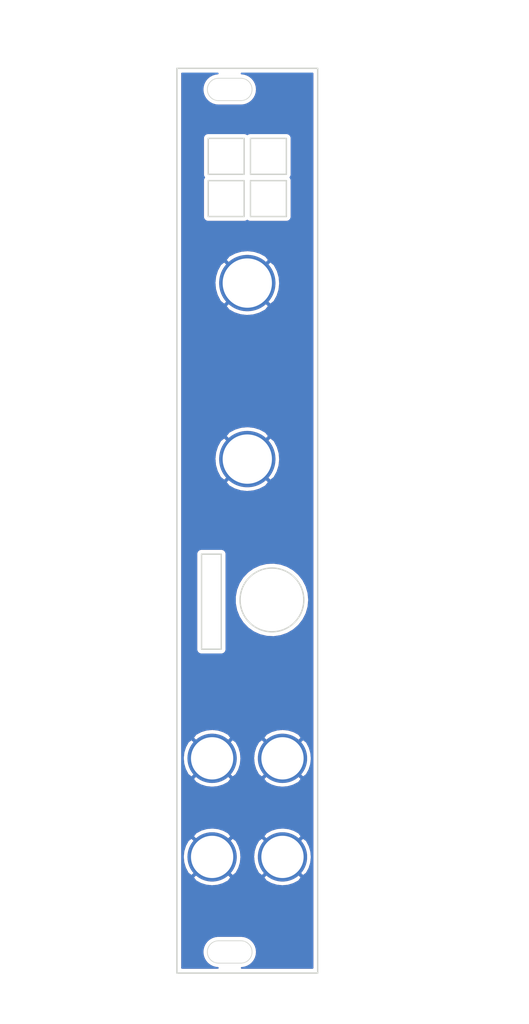
<source format=kicad_pcb>
(kicad_pcb (version 20171130) (host pcbnew "(5.1.5)-3")

  (general
    (thickness 1.6)
    (drawings 85)
    (tracks 0)
    (zones 0)
    (modules 8)
    (nets 2)
  )

  (page A4)
  (layers
    (0 F.Cu signal)
    (31 B.Cu signal)
    (32 B.Adhes user)
    (33 F.Adhes user)
    (34 B.Paste user)
    (35 F.Paste user)
    (36 B.SilkS user)
    (37 F.SilkS user)
    (38 B.Mask user)
    (39 F.Mask user)
    (40 Dwgs.User user)
    (41 Cmts.User user)
    (42 Eco1.User user)
    (43 Eco2.User user)
    (44 Edge.Cuts user)
    (45 Margin user)
    (46 B.CrtYd user)
    (47 F.CrtYd user)
    (48 B.Fab user)
    (49 F.Fab user)
  )

  (setup
    (last_trace_width 0.25)
    (trace_clearance 0.2)
    (zone_clearance 0.508)
    (zone_45_only no)
    (trace_min 0.2)
    (via_size 0.8)
    (via_drill 0.4)
    (via_min_size 0.4)
    (via_min_drill 0.3)
    (uvia_size 0.3)
    (uvia_drill 0.1)
    (uvias_allowed no)
    (uvia_min_size 0.2)
    (uvia_min_drill 0.1)
    (edge_width 0.2)
    (segment_width 0.2)
    (pcb_text_width 0.3)
    (pcb_text_size 1.5 1.5)
    (mod_edge_width 0.15)
    (mod_text_size 1 1)
    (mod_text_width 0.15)
    (pad_size 1.524 1.524)
    (pad_drill 0.762)
    (pad_to_mask_clearance 0.051)
    (solder_mask_min_width 0.25)
    (aux_axis_origin 0 0)
    (visible_elements 7FFFFFFF)
    (pcbplotparams
      (layerselection 0x010e0_ffffffff)
      (usegerberextensions false)
      (usegerberattributes false)
      (usegerberadvancedattributes false)
      (creategerberjobfile false)
      (excludeedgelayer true)
      (linewidth 0.150000)
      (plotframeref false)
      (viasonmask false)
      (mode 1)
      (useauxorigin false)
      (hpglpennumber 1)
      (hpglpenspeed 20)
      (hpglpendiameter 15.000000)
      (psnegative false)
      (psa4output false)
      (plotreference true)
      (plotvalue true)
      (plotinvisibletext false)
      (padsonsilk false)
      (subtractmaskfromsilk true)
      (outputformat 1)
      (mirror false)
      (drillshape 0)
      (scaleselection 1)
      (outputdirectory "gerber/"))
  )

  (net 0 "")
  (net 1 GND)

  (net_class Default "Ceci est la Netclass par défaut."
    (clearance 0.2)
    (trace_width 0.25)
    (via_dia 0.8)
    (via_drill 0.4)
    (uvia_dia 0.3)
    (uvia_drill 0.1)
    (add_net GND)
  )

  (module 4ms-footprints:Rail-mount-slot (layer F.Cu) (tedit 57F6BF15) (tstamp 5D299E43)
    (at 47.5 33)
    (fp_text reference REF** (at -2.794 4.191) (layer F.SilkS) hide
      (effects (font (size 1 1) (thickness 0.15)))
    )
    (fp_text value Rail-mount-slot (at 0.381 2.54) (layer F.Fab) hide
      (effects (font (size 1 1) (thickness 0.15)))
    )
    (fp_line (start -1.5875 1.5875) (end 1.5875 1.5875) (layer Edge.Cuts) (width 0.1))
    (fp_arc (start 1.5875 0) (end 1.5875 -1.5875) (angle 180) (layer Edge.Cuts) (width 0.1))
    (fp_arc (start -1.5875 0) (end -1.5875 1.5875) (angle 180) (layer Edge.Cuts) (width 0.1))
    (fp_line (start -1.5875 -1.5875) (end 1.5875 -1.5875) (layer Edge.Cuts) (width 0.1))
  )

  (module 4ms-footprints:Rail-mount-slot (layer F.Cu) (tedit 57F6BF15) (tstamp 5D299E52)
    (at 47.5 155.5)
    (fp_text reference REF** (at -2.794 4.191) (layer F.SilkS) hide
      (effects (font (size 1 1) (thickness 0.15)))
    )
    (fp_text value Rail-mount-slot (at 0.381 2.54) (layer F.Fab) hide
      (effects (font (size 1 1) (thickness 0.15)))
    )
    (fp_line (start -1.5875 1.5875) (end 1.5875 1.5875) (layer Edge.Cuts) (width 0.1))
    (fp_arc (start 1.5875 0) (end 1.5875 -1.5875) (angle 180) (layer Edge.Cuts) (width 0.1))
    (fp_arc (start -1.5875 0) (end -1.5875 1.5875) (angle 180) (layer Edge.Cuts) (width 0.1))
    (fp_line (start -1.5875 -1.5875) (end 1.5875 -1.5875) (layer Edge.Cuts) (width 0.1))
  )

  (module prok_smd:Alpha_pot_hole_metallized (layer F.Cu) (tedit 5D2C98C6) (tstamp 5D2CF51B)
    (at 50 60.5)
    (path /5D2CB1BF)
    (fp_text reference H1 (at 0 0.5) (layer F.SilkS)
      (effects (font (size 1 1) (thickness 0.15)))
    )
    (fp_text value MountingHole_Pad (at 0 -0.5) (layer F.Fab)
      (effects (font (size 1 1) (thickness 0.15)))
    )
    (pad 1 thru_hole circle (at 0 0) (size 8 8) (drill 7) (layers *.Cu *.Mask)
      (net 1 GND))
  )

  (module prok_smd:Alpha_pot_hole_metallized (layer F.Cu) (tedit 5D2C98C6) (tstamp 5D2CF4BA)
    (at 50 85.5)
    (path /5D2CB397)
    (fp_text reference H2 (at 0 0.5) (layer F.SilkS)
      (effects (font (size 1 1) (thickness 0.15)))
    )
    (fp_text value MountingHole_Pad (at 0 -0.5) (layer F.Fab)
      (effects (font (size 1 1) (thickness 0.15)))
    )
    (pad 1 thru_hole circle (at 0 0) (size 8 8) (drill 7) (layers *.Cu *.Mask)
      (net 1 GND))
  )

  (module prok_smd:thonkiconn_hole_metallized (layer F.Cu) (tedit 5D2C98E2) (tstamp 5D2CF4BF)
    (at 55 142)
    (path /5D2CACD6)
    (fp_text reference H3 (at 0 0.5) (layer F.SilkS)
      (effects (font (size 1 1) (thickness 0.15)))
    )
    (fp_text value MountingHole_Pad (at 0 -0.5) (layer F.Fab)
      (effects (font (size 1 1) (thickness 0.15)))
    )
    (pad 1 thru_hole circle (at 0 0) (size 7 7) (drill 6) (layers *.Cu *.Mask)
      (net 1 GND))
  )

  (module prok_smd:thonkiconn_hole_metallized (layer F.Cu) (tedit 5D2C98E2) (tstamp 5D2CF4C4)
    (at 45 128)
    (path /5D2CBA27)
    (fp_text reference H4 (at 0 0.5) (layer F.SilkS)
      (effects (font (size 1 1) (thickness 0.15)))
    )
    (fp_text value MountingHole_Pad (at 0 -0.5) (layer F.Fab)
      (effects (font (size 1 1) (thickness 0.15)))
    )
    (pad 1 thru_hole circle (at 0 0) (size 7 7) (drill 6) (layers *.Cu *.Mask)
      (net 1 GND))
  )

  (module prok_smd:thonkiconn_hole_metallized (layer F.Cu) (tedit 5D2C98E2) (tstamp 5D2CF4C9)
    (at 45 142)
    (path /5D2CA9F8)
    (fp_text reference H5 (at 0 0.5) (layer F.SilkS)
      (effects (font (size 1 1) (thickness 0.15)))
    )
    (fp_text value MountingHole_Pad (at 0 -0.5) (layer F.Fab)
      (effects (font (size 1 1) (thickness 0.15)))
    )
    (pad 1 thru_hole circle (at 0 0) (size 7 7) (drill 6) (layers *.Cu *.Mask)
      (net 1 GND))
  )

  (module prok_smd:thonkiconn_hole_metallized (layer F.Cu) (tedit 5D2C98E2) (tstamp 5D2CF4CE)
    (at 55 128)
    (path /5D2CA8B1)
    (fp_text reference H6 (at 0 0.5) (layer F.SilkS)
      (effects (font (size 1 1) (thickness 0.15)))
    )
    (fp_text value MountingHole_Pad (at 0 -0.5) (layer F.Fab)
      (effects (font (size 1 1) (thickness 0.15)))
    )
    (pad 1 thru_hole circle (at 0 0) (size 7 7) (drill 6) (layers *.Cu *.Mask)
      (net 1 GND))
  )

  (gr_text "5mm square holes\nwith .1 mm tolerance" (at 50.2 38.45) (layer Dwgs.User)
    (effects (font (size 0.75 0.75) (thickness 0.1)))
  )
  (gr_line (start 50.45 51.05) (end 50.45 45.95) (layer Edge.Cuts) (width 0.2))
  (gr_line (start 55.55 51.05) (end 50.45 51.05) (layer Edge.Cuts) (width 0.2))
  (gr_line (start 55.55 45.95) (end 55.55 51.05) (layer Edge.Cuts) (width 0.2))
  (gr_line (start 50.45 45.95) (end 55.55 45.95) (layer Edge.Cuts) (width 0.2))
  (gr_line (start 44.45 51.05) (end 44.45 45.95) (layer Edge.Cuts) (width 0.2))
  (gr_line (start 49.55 51.05) (end 44.45 51.05) (layer Edge.Cuts) (width 0.2))
  (gr_line (start 49.55 45.95) (end 49.55 51.05) (layer Edge.Cuts) (width 0.2))
  (gr_line (start 44.45 45.95) (end 49.55 45.95) (layer Edge.Cuts) (width 0.2))
  (gr_line (start 50.45 45.05) (end 50.45 39.95) (layer Edge.Cuts) (width 0.2))
  (gr_line (start 55.55 45.05) (end 50.45 45.05) (layer Edge.Cuts) (width 0.2))
  (gr_line (start 55.55 39.95) (end 55.55 45.05) (layer Edge.Cuts) (width 0.2))
  (gr_line (start 50.45 39.95) (end 55.55 39.95) (layer Edge.Cuts) (width 0.2))
  (gr_line (start 44.45 45.05) (end 44.45 39.95) (layer Edge.Cuts) (width 0.2))
  (gr_line (start 49.55 45.05) (end 44.45 45.05) (layer Edge.Cuts) (width 0.2))
  (gr_line (start 49.55 39.95) (end 49.55 45.05) (layer Edge.Cuts) (width 0.2))
  (gr_line (start 44.45 39.95) (end 49.55 39.95) (layer Edge.Cuts) (width 0.2))
  (gr_circle (center 55 136) (end 56 136) (layer F.Mask) (width 0.2))
  (gr_line (start 44 137) (end 46 137) (layer F.Mask) (width 0.2))
  (gr_text ↓ (at 45 135.5) (layer F.Mask)
    (effects (font (size 3 2) (thickness 0.3)))
  )
  (dimension 3 (width 0.3) (layer Dwgs.User)
    (gr_text "3,000 mm" (at 65.1 137.5 90) (layer Dwgs.User)
      (effects (font (size 1.5 1.5) (thickness 0.3)))
    )
    (feature1 (pts (xy 60 136) (xy 63.586421 136)))
    (feature2 (pts (xy 60 139) (xy 63.586421 139)))
    (crossbar (pts (xy 63 139) (xy 63 136)))
    (arrow1a (pts (xy 63 136) (xy 63.586421 137.126504)))
    (arrow1b (pts (xy 63 136) (xy 62.413579 137.126504)))
    (arrow2a (pts (xy 63 139) (xy 63.586421 137.873496)))
    (arrow2b (pts (xy 63 139) (xy 62.413579 137.873496)))
  )
  (gr_text X (at 45 122) (layer F.Mask)
    (effects (font (size 1.5 1.5) (thickness 0.3)))
  )
  (gr_text Y (at 55 122) (layer F.Mask)
    (effects (font (size 1.5 1.5) (thickness 0.3)))
  )
  (dimension 3 (width 0.3) (layer Dwgs.User)
    (gr_text "3,000 mm" (at 65.1 123.5 90) (layer Dwgs.User)
      (effects (font (size 1.5 1.5) (thickness 0.3)))
    )
    (feature1 (pts (xy 60 122) (xy 63.586421 122)))
    (feature2 (pts (xy 60 125) (xy 63.586421 125)))
    (crossbar (pts (xy 63 125) (xy 63 122)))
    (arrow1a (pts (xy 63 122) (xy 63.586421 123.126504)))
    (arrow1b (pts (xy 63 122) (xy 62.413579 123.126504)))
    (arrow2a (pts (xy 63 125) (xy 63.586421 123.873496)))
    (arrow2b (pts (xy 63 125) (xy 62.413579 123.873496)))
  )
  (gr_text Y (at 55.5 94) (layer F.Mask)
    (effects (font (size 1.5 1.5) (thickness 0.3)))
  )
  (gr_text X (at 55.5 69) (layer F.Mask)
    (effects (font (size 1.5 1.5) (thickness 0.3)))
  )
  (dimension 2 (width 0.3) (layer Dwgs.User)
    (gr_text "2,000 mm" (at 54.5 79.9) (layer Dwgs.User)
      (effects (font (size 1.5 1.5) (thickness 0.3)))
    )
    (feature1 (pts (xy 55.5 85.5) (xy 55.5 81.413579)))
    (feature2 (pts (xy 53.5 85.5) (xy 53.5 81.413579)))
    (crossbar (pts (xy 53.5 82) (xy 55.5 82)))
    (arrow1a (pts (xy 55.5 82) (xy 54.373496 82.586421)))
    (arrow1b (pts (xy 55.5 82) (xy 54.373496 81.413579)))
    (arrow2a (pts (xy 53.5 82) (xy 54.626504 82.586421)))
    (arrow2b (pts (xy 53.5 82) (xy 54.626504 81.413579)))
  )
  (dimension 2 (width 0.3) (layer Dwgs.User)
    (gr_text "2,000 mm" (at 54.5 55.4) (layer Dwgs.User)
      (effects (font (size 1.5 1.5) (thickness 0.3)))
    )
    (feature1 (pts (xy 55.5 60.5) (xy 55.5 56.913579)))
    (feature2 (pts (xy 53.5 60.5) (xy 53.5 56.913579)))
    (crossbar (pts (xy 53.5 57.5) (xy 55.5 57.5)))
    (arrow1a (pts (xy 55.5 57.5) (xy 54.373496 58.086421)))
    (arrow1b (pts (xy 55.5 57.5) (xy 54.373496 56.913579)))
    (arrow2a (pts (xy 53.5 57.5) (xy 54.626504 58.086421)))
    (arrow2b (pts (xy 53.5 57.5) (xy 54.626504 56.913579)))
  )
  (dimension 5 (width 0.3) (layer Dwgs.User)
    (gr_text "5,000 mm" (at 42.4 91.5 270) (layer Dwgs.User)
      (effects (font (size 1.5 1.5) (thickness 0.3)))
    )
    (feature1 (pts (xy 50 94) (xy 43.913579 94)))
    (feature2 (pts (xy 50 89) (xy 43.913579 89)))
    (crossbar (pts (xy 44.5 89) (xy 44.5 94)))
    (arrow1a (pts (xy 44.5 94) (xy 43.913579 92.873496)))
    (arrow1b (pts (xy 44.5 94) (xy 45.086421 92.873496)))
    (arrow2a (pts (xy 44.5 89) (xy 43.913579 90.126504)))
    (arrow2b (pts (xy 44.5 89) (xy 45.086421 90.126504)))
  )
  (dimension 5 (width 0.3) (layer Dwgs.User)
    (gr_text "5,000 mm" (at 42.4 66.5 270) (layer Dwgs.User)
      (effects (font (size 1.5 1.5) (thickness 0.3)))
    )
    (feature1 (pts (xy 50 69) (xy 43.913579 69)))
    (feature2 (pts (xy 50 64) (xy 43.913579 64)))
    (crossbar (pts (xy 44.5 64) (xy 44.5 69)))
    (arrow1a (pts (xy 44.5 69) (xy 43.913579 67.873496)))
    (arrow1b (pts (xy 44.5 69) (xy 45.086421 67.873496)))
    (arrow2a (pts (xy 44.5 64) (xy 43.913579 65.126504)))
    (arrow2b (pts (xy 44.5 64) (xy 45.086421 65.126504)))
  )
  (gr_circle (center 53.5 105.5) (end 58 105) (layer Edge.Cuts) (width 0.2))
  (dimension 9 (width 0.3) (layer Dwgs.User)
    (gr_text "9,000 mm" (at 53.5 117.6) (layer Dwgs.User)
      (effects (font (size 1.5 1.5) (thickness 0.3)))
    )
    (feature1 (pts (xy 49 110) (xy 49 116.086421)))
    (feature2 (pts (xy 58 110) (xy 58 116.086421)))
    (crossbar (pts (xy 58 115.5) (xy 49 115.5)))
    (arrow1a (pts (xy 49 115.5) (xy 50.126504 114.913579)))
    (arrow1b (pts (xy 49 115.5) (xy 50.126504 116.086421)))
    (arrow2a (pts (xy 58 115.5) (xy 56.873496 114.913579)))
    (arrow2b (pts (xy 58 115.5) (xy 56.873496 116.086421)))
  )
  (dimension 2 (width 0.3) (layer Dwgs.User)
    (gr_text "2,000 mm" (at 59 114.1) (layer Dwgs.User)
      (effects (font (size 1.5 1.5) (thickness 0.3)))
    )
    (feature1 (pts (xy 58 110) (xy 58 112.586421)))
    (feature2 (pts (xy 60 110) (xy 60 112.586421)))
    (crossbar (pts (xy 60 112) (xy 58 112)))
    (arrow1a (pts (xy 58 112) (xy 59.126504 111.413579)))
    (arrow1b (pts (xy 58 112) (xy 59.126504 112.586421)))
    (arrow2a (pts (xy 60 112) (xy 58.873496 111.413579)))
    (arrow2b (pts (xy 60 112) (xy 58.873496 112.586421)))
  )
  (dimension 9 (width 0.3) (layer Dwgs.User)
    (gr_text "9,000 mm" (at 69.1 105.5 90) (layer Dwgs.User)
      (effects (font (size 1.5 1.5) (thickness 0.3)))
    )
    (feature1 (pts (xy 60 101) (xy 67.586421 101)))
    (feature2 (pts (xy 60 110) (xy 67.586421 110)))
    (crossbar (pts (xy 67 110) (xy 67 101)))
    (arrow1a (pts (xy 67 101) (xy 67.586421 102.126504)))
    (arrow1b (pts (xy 67 101) (xy 66.413579 102.126504)))
    (arrow2a (pts (xy 67 110) (xy 67.586421 108.873496)))
    (arrow2b (pts (xy 67 110) (xy 66.413579 108.873496)))
  )
  (dimension 48.5 (width 0.3) (layer Dwgs.User)
    (gr_text "48,500 mm" (at 88.1 134.25 90) (layer Dwgs.User)
      (effects (font (size 1.5 1.5) (thickness 0.3)))
    )
    (feature1 (pts (xy 60 110) (xy 86.586421 110)))
    (feature2 (pts (xy 60 158.5) (xy 86.586421 158.5)))
    (crossbar (pts (xy 86 158.5) (xy 86 110)))
    (arrow1a (pts (xy 86 110) (xy 86.586421 111.126504)))
    (arrow1b (pts (xy 86 110) (xy 85.413579 111.126504)))
    (arrow2a (pts (xy 86 158.5) (xy 86.586421 157.373496)))
    (arrow2b (pts (xy 86 158.5) (xy 85.413579 157.373496)))
  )
  (gr_line (start 46.3 112.5) (end 43.5 112.5) (layer Edge.Cuts) (width 0.2))
  (gr_line (start 46.3 99) (end 46.3 112.5) (layer Edge.Cuts) (width 0.2))
  (gr_line (start 43.5 99) (end 46.3 99) (layer Edge.Cuts) (width 0.2))
  (gr_line (start 43.5 112.5) (end 43.5 99) (layer Edge.Cuts) (width 0.2))
  (dimension 2.8 (width 0.3) (layer Dwgs.User)
    (gr_text "2,800 mm" (at 44.9 121.1) (layer Dwgs.User)
      (effects (font (size 1.5 1.5) (thickness 0.3)))
    )
    (feature1 (pts (xy 46.3 112.5) (xy 46.3 119.586421)))
    (feature2 (pts (xy 43.5 112.5) (xy 43.5 119.586421)))
    (crossbar (pts (xy 43.5 119) (xy 46.3 119)))
    (arrow1a (pts (xy 46.3 119) (xy 45.173496 119.586421)))
    (arrow1b (pts (xy 46.3 119) (xy 45.173496 118.413579)))
    (arrow2a (pts (xy 43.5 119) (xy 44.626504 119.586421)))
    (arrow2b (pts (xy 43.5 119) (xy 44.626504 118.413579)))
  )
  (dimension 3.5 (width 0.3) (layer Dwgs.User)
    (gr_text "3,500 mm" (at 41.75 117.1) (layer Dwgs.User)
      (effects (font (size 1.5 1.5) (thickness 0.3)))
    )
    (feature1 (pts (xy 43.5 112.5) (xy 43.5 115.586421)))
    (feature2 (pts (xy 40 112.5) (xy 40 115.586421)))
    (crossbar (pts (xy 40 115) (xy 43.5 115)))
    (arrow1a (pts (xy 43.5 115) (xy 42.373496 115.586421)))
    (arrow1b (pts (xy 43.5 115) (xy 42.373496 114.413579)))
    (arrow2a (pts (xy 40 115) (xy 41.126504 115.586421)))
    (arrow2b (pts (xy 40 115) (xy 41.126504 114.413579)))
  )
  (dimension 13.5 (width 0.3) (layer Dwgs.User)
    (gr_text "13,500 mm" (at 24.4 105.75 90) (layer Dwgs.User)
      (effects (font (size 1.5 1.5) (thickness 0.3)))
    )
    (feature1 (pts (xy 40 99) (xy 25.913579 99)))
    (feature2 (pts (xy 40 112.5) (xy 25.913579 112.5)))
    (crossbar (pts (xy 26.5 112.5) (xy 26.5 99)))
    (arrow1a (pts (xy 26.5 99) (xy 27.086421 100.126504)))
    (arrow1b (pts (xy 26.5 99) (xy 25.913579 100.126504)))
    (arrow2a (pts (xy 26.5 112.5) (xy 27.086421 111.373496)))
    (arrow2b (pts (xy 26.5 112.5) (xy 25.913579 111.373496)))
  )
  (dimension 46 (width 0.3) (layer Dwgs.User)
    (gr_text "46,000 mm" (at 24.4 135.5 90) (layer Dwgs.User)
      (effects (font (size 1.5 1.5) (thickness 0.3)))
    )
    (feature1 (pts (xy 40 112.5) (xy 25.913579 112.5)))
    (feature2 (pts (xy 40 158.5) (xy 25.913579 158.5)))
    (crossbar (pts (xy 26.5 158.5) (xy 26.5 112.5)))
    (arrow1a (pts (xy 26.5 112.5) (xy 27.086421 113.626504)))
    (arrow1b (pts (xy 26.5 112.5) (xy 25.913579 113.626504)))
    (arrow2a (pts (xy 26.5 158.5) (xy 27.086421 157.373496)))
    (arrow2b (pts (xy 26.5 158.5) (xy 25.913579 157.373496)))
  )
  (dimension 6 (width 0.3) (layer Dwgs.User)
    (gr_text "6,000 mm" (at 73.1 128 90) (layer Dwgs.User)
      (effects (font (size 1.5 1.5) (thickness 0.3)))
    )
    (feature1 (pts (xy 60 125) (xy 71.586421 125)))
    (feature2 (pts (xy 60 131) (xy 71.586421 131)))
    (crossbar (pts (xy 71 131) (xy 71 125)))
    (arrow1a (pts (xy 71 125) (xy 71.586421 126.126504)))
    (arrow1b (pts (xy 71 125) (xy 70.413579 126.126504)))
    (arrow2a (pts (xy 71 131) (xy 71.586421 129.873496)))
    (arrow2b (pts (xy 71 131) (xy 70.413579 129.873496)))
  )
  (dimension 8 (width 0.3) (layer Dwgs.User)
    (gr_text "8,000 mm" (at 77.1 135 90) (layer Dwgs.User)
      (effects (font (size 1.5 1.5) (thickness 0.3)))
    )
    (feature1 (pts (xy 60 131) (xy 75.586421 131)))
    (feature2 (pts (xy 60 139) (xy 75.586421 139)))
    (crossbar (pts (xy 75 139) (xy 75 131)))
    (arrow1a (pts (xy 75 131) (xy 75.586421 132.126504)))
    (arrow1b (pts (xy 75 131) (xy 74.413579 132.126504)))
    (arrow2a (pts (xy 75 139) (xy 75.586421 137.873496)))
    (arrow2b (pts (xy 75 139) (xy 74.413579 137.873496)))
  )
  (dimension 4 (width 0.3) (layer Dwgs.User)
    (gr_text "4,000 mm" (at 50 149.1) (layer Dwgs.User)
      (effects (font (size 1.5 1.5) (thickness 0.3)))
    )
    (feature1 (pts (xy 52 145) (xy 52 147.586421)))
    (feature2 (pts (xy 48 145) (xy 48 147.586421)))
    (crossbar (pts (xy 48 147) (xy 52 147)))
    (arrow1a (pts (xy 52 147) (xy 50.873496 147.586421)))
    (arrow1b (pts (xy 52 147) (xy 50.873496 146.413579)))
    (arrow2a (pts (xy 48 147) (xy 49.126504 147.586421)))
    (arrow2b (pts (xy 48 147) (xy 49.126504 146.413579)))
  )
  (dimension 2 (width 0.3) (layer Dwgs.User)
    (gr_text "2,000 mm" (at 41 149.1) (layer Dwgs.User)
      (effects (font (size 1.5 1.5) (thickness 0.3)))
    )
    (feature1 (pts (xy 42 145) (xy 42 147.586421)))
    (feature2 (pts (xy 40 145) (xy 40 147.586421)))
    (crossbar (pts (xy 40 147) (xy 42 147)))
    (arrow1a (pts (xy 42 147) (xy 40.873496 147.586421)))
    (arrow1b (pts (xy 42 147) (xy 40.873496 146.413579)))
    (arrow2a (pts (xy 40 147) (xy 41.126504 147.586421)))
    (arrow2b (pts (xy 40 147) (xy 41.126504 146.413579)))
  )
  (dimension 2 (width 0.3) (layer Dwgs.User)
    (gr_text "2,000 mm" (at 59 149.1) (layer Dwgs.User)
      (effects (font (size 1.5 1.5) (thickness 0.3)))
    )
    (feature1 (pts (xy 58 145) (xy 58 147.586421)))
    (feature2 (pts (xy 60 145) (xy 60 147.586421)))
    (crossbar (pts (xy 60 147) (xy 58 147)))
    (arrow1a (pts (xy 58 147) (xy 59.126504 146.413579)))
    (arrow1b (pts (xy 58 147) (xy 59.126504 147.586421)))
    (arrow2a (pts (xy 60 147) (xy 58.873496 146.413579)))
    (arrow2b (pts (xy 60 147) (xy 58.873496 147.586421)))
  )
  (dimension 6 (width 0.3) (layer Dwgs.User)
    (gr_text "6,000 mm" (at 73.1 142 90) (layer Dwgs.User)
      (effects (font (size 1.5 1.5) (thickness 0.3)))
    )
    (feature1 (pts (xy 60 139) (xy 71.586421 139)))
    (feature2 (pts (xy 60 145) (xy 71.586421 145)))
    (crossbar (pts (xy 71 145) (xy 71 139)))
    (arrow1a (pts (xy 71 139) (xy 71.586421 140.126504)))
    (arrow1b (pts (xy 71 139) (xy 70.413579 140.126504)))
    (arrow2a (pts (xy 71 145) (xy 71.586421 143.873496)))
    (arrow2b (pts (xy 71 145) (xy 70.413579 143.873496)))
  )
  (dimension 13.5 (width 0.3) (layer Dwgs.User)
    (gr_text "13,500 mm" (at 77.1 151.75 90) (layer Dwgs.User)
      (effects (font (size 1.5 1.5) (thickness 0.3)))
    )
    (feature1 (pts (xy 60 145) (xy 75.586421 145)))
    (feature2 (pts (xy 60 158.5) (xy 75.586421 158.5)))
    (crossbar (pts (xy 75 158.5) (xy 75 145)))
    (arrow1a (pts (xy 75 145) (xy 75.586421 146.126504)))
    (arrow1b (pts (xy 75 145) (xy 74.413579 146.126504)))
    (arrow2a (pts (xy 75 158.5) (xy 75.586421 157.373496)))
    (arrow2b (pts (xy 75 158.5) (xy 74.413579 157.373496)))
  )
  (dimension 3.5 (width 0.3) (layer Dwgs.User)
    (gr_text "3,500 mm" (at 34.9 83.75 270) (layer Dwgs.User)
      (effects (font (size 1.5 1.5) (thickness 0.3)))
    )
    (feature1 (pts (xy 40 85.5) (xy 36.413579 85.5)))
    (feature2 (pts (xy 40 82) (xy 36.413579 82)))
    (crossbar (pts (xy 37 82) (xy 37 85.5)))
    (arrow1a (pts (xy 37 85.5) (xy 36.413579 84.373496)))
    (arrow1b (pts (xy 37 85.5) (xy 37.586421 84.373496)))
    (arrow2a (pts (xy 37 82) (xy 36.413579 83.126504)))
    (arrow2b (pts (xy 37 82) (xy 37.586421 83.126504)))
  )
  (dimension 18 (width 0.3) (layer Dwgs.User)
    (gr_text "18,000 mm" (at 27.4 73 270) (layer Dwgs.User)
      (effects (font (size 1.5 1.5) (thickness 0.3)))
    )
    (feature1 (pts (xy 40 82) (xy 28.913579 82)))
    (feature2 (pts (xy 40 64) (xy 28.913579 64)))
    (crossbar (pts (xy 29.5 64) (xy 29.5 82)))
    (arrow1a (pts (xy 29.5 82) (xy 28.913579 80.873496)))
    (arrow1b (pts (xy 29.5 82) (xy 30.086421 80.873496)))
    (arrow2a (pts (xy 29.5 64) (xy 28.913579 65.126504)))
    (arrow2b (pts (xy 29.5 64) (xy 30.086421 65.126504)))
  )
  (dimension 3.5 (width 0.3) (layer Dwgs.User)
    (gr_text "3,500 mm" (at 35.9 58.75 270) (layer Dwgs.User)
      (effects (font (size 1.5 1.5) (thickness 0.3)))
    )
    (feature1 (pts (xy 40 60.5) (xy 37.413579 60.5)))
    (feature2 (pts (xy 40 57) (xy 37.413579 57)))
    (crossbar (pts (xy 38 57) (xy 38 60.5)))
    (arrow1a (pts (xy 38 60.5) (xy 37.413579 59.373496)))
    (arrow1b (pts (xy 38 60.5) (xy 38.586421 59.373496)))
    (arrow2a (pts (xy 38 57) (xy 37.413579 58.126504)))
    (arrow2b (pts (xy 38 57) (xy 38.586421 58.126504)))
  )
  (dimension 7 (width 0.3) (layer Dwgs.User)
    (gr_text "7,000 mm" (at 27.4 60.5 270) (layer Dwgs.User)
      (effects (font (size 1.5 1.5) (thickness 0.3)))
    )
    (feature1 (pts (xy 40 64) (xy 28.913579 64)))
    (feature2 (pts (xy 40 57) (xy 28.913579 57)))
    (crossbar (pts (xy 29.5 57) (xy 29.5 64)))
    (arrow1a (pts (xy 29.5 64) (xy 28.913579 62.873496)))
    (arrow1b (pts (xy 29.5 64) (xy 30.086421 62.873496)))
    (arrow2a (pts (xy 29.5 57) (xy 28.913579 58.126504)))
    (arrow2b (pts (xy 29.5 57) (xy 30.086421 58.126504)))
  )
  (dimension 27 (width 0.3) (layer Dwgs.User)
    (gr_text "27,000 mm" (at 33.4 43.5 270) (layer Dwgs.User)
      (effects (font (size 1.5 1.5) (thickness 0.3)))
    )
    (feature1 (pts (xy 40 57) (xy 34.913579 57)))
    (feature2 (pts (xy 40 30) (xy 34.913579 30)))
    (crossbar (pts (xy 35.5 30) (xy 35.5 57)))
    (arrow1a (pts (xy 35.5 57) (xy 34.913579 55.873496)))
    (arrow1b (pts (xy 35.5 57) (xy 36.086421 55.873496)))
    (arrow2a (pts (xy 35.5 30) (xy 34.913579 31.126504)))
    (arrow2b (pts (xy 35.5 30) (xy 36.086421 31.126504)))
  )
  (gr_line (start 55.5 45) (end 50.5 45) (layer Dwgs.User) (width 0.2))
  (gr_line (start 55.5 40) (end 55.5 45) (layer Dwgs.User) (width 0.2))
  (gr_line (start 50.5 40) (end 55.5 40) (layer Dwgs.User) (width 0.2))
  (gr_line (start 50.5 45) (end 50.5 40) (layer Dwgs.User) (width 0.2))
  (gr_line (start 49.5 40) (end 49.5 45) (layer Dwgs.User) (width 0.2))
  (gr_line (start 44.5 40) (end 49.5 40) (layer Dwgs.User) (width 0.2))
  (gr_line (start 44.5 45) (end 44.5 40) (layer Dwgs.User) (width 0.2))
  (gr_line (start 49.5 45) (end 44.5 45) (layer Dwgs.User) (width 0.2))
  (gr_line (start 49.5 51) (end 49.5 46) (layer Dwgs.User) (width 0.2))
  (gr_line (start 44.5 51) (end 49.5 51) (layer Dwgs.User) (width 0.2))
  (gr_line (start 44.5 46) (end 44.5 51) (layer Dwgs.User) (width 0.2))
  (gr_line (start 49.5 46) (end 44.5 46) (layer Dwgs.User) (width 0.2))
  (gr_line (start 50.5 46) (end 50.5 51) (layer Dwgs.User) (width 0.2))
  (gr_line (start 55.5 46) (end 50.5 46) (layer Dwgs.User) (width 0.2))
  (gr_line (start 55.5 51) (end 55.5 46) (layer Dwgs.User) (width 0.2))
  (gr_line (start 50.5 51) (end 55.5 51) (layer Dwgs.User) (width 0.2))
  (dimension 5 (width 0.3) (layer Dwgs.User)
    (gr_text "5,000 mm" (at 65.1 48.5 270) (layer Dwgs.User)
      (effects (font (size 1.5 1.5) (thickness 0.3)))
    )
    (feature1 (pts (xy 60 51) (xy 63.586421 51)))
    (feature2 (pts (xy 60 46) (xy 63.586421 46)))
    (crossbar (pts (xy 63 46) (xy 63 51)))
    (arrow1a (pts (xy 63 51) (xy 62.413579 49.873496)))
    (arrow1b (pts (xy 63 51) (xy 63.586421 49.873496)))
    (arrow2a (pts (xy 63 46) (xy 62.413579 47.126504)))
    (arrow2b (pts (xy 63 46) (xy 63.586421 47.126504)))
  )
  (dimension 1 (width 0.3) (layer Dwgs.User)
    (gr_text "1,000 mm" (at 70.1 45.5 270) (layer Dwgs.User)
      (effects (font (size 1.5 1.5) (thickness 0.3)))
    )
    (feature1 (pts (xy 60 46) (xy 68.586421 46)))
    (feature2 (pts (xy 60 45) (xy 68.586421 45)))
    (crossbar (pts (xy 68 45) (xy 68 46)))
    (arrow1a (pts (xy 68 46) (xy 67.413579 44.873496)))
    (arrow1b (pts (xy 68 46) (xy 68.586421 44.873496)))
    (arrow2a (pts (xy 68 45) (xy 67.413579 46.126504)))
    (arrow2b (pts (xy 68 45) (xy 68.586421 46.126504)))
  )
  (dimension 5 (width 0.3) (layer Dwgs.User)
    (gr_text "5,000 mm" (at 65.1 42.5 270) (layer Dwgs.User)
      (effects (font (size 1.5 1.5) (thickness 0.3)))
    )
    (feature1 (pts (xy 60 45) (xy 63.586421 45)))
    (feature2 (pts (xy 60 40) (xy 63.586421 40)))
    (crossbar (pts (xy 63 40) (xy 63 45)))
    (arrow1a (pts (xy 63 45) (xy 62.413579 43.873496)))
    (arrow1b (pts (xy 63 45) (xy 63.586421 43.873496)))
    (arrow2a (pts (xy 63 40) (xy 62.413579 41.126504)))
    (arrow2b (pts (xy 63 40) (xy 63.586421 41.126504)))
  )
  (dimension 10 (width 0.3) (layer Dwgs.User)
    (gr_text "10,000 mm" (at 77.1 35 270) (layer Dwgs.User)
      (effects (font (size 1.5 1.5) (thickness 0.3)))
    )
    (feature1 (pts (xy 60 40) (xy 75.586421 40)))
    (feature2 (pts (xy 60 30) (xy 75.586421 30)))
    (crossbar (pts (xy 75 30) (xy 75 40)))
    (arrow1a (pts (xy 75 40) (xy 74.413579 38.873496)))
    (arrow1b (pts (xy 75 40) (xy 75.586421 38.873496)))
    (arrow2a (pts (xy 75 30) (xy 74.413579 31.126504)))
    (arrow2b (pts (xy 75 30) (xy 75.586421 31.126504)))
  )
  (dimension 7.5 (width 0.3) (layer Dwgs.User)
    (gr_text "7,500 mm" (at 43.75 25.5) (layer Dwgs.User)
      (effects (font (size 1.5 1.5) (thickness 0.3)))
    )
    (feature1 (pts (xy 47.5 30) (xy 47.5 27.013579)))
    (feature2 (pts (xy 40 30) (xy 40 27.013579)))
    (crossbar (pts (xy 40 27.6) (xy 47.5 27.6)))
    (arrow1a (pts (xy 47.5 27.6) (xy 46.373496 28.186421)))
    (arrow1b (pts (xy 47.5 27.6) (xy 46.373496 27.013579)))
    (arrow2a (pts (xy 40 27.6) (xy 41.126504 28.186421)))
    (arrow2b (pts (xy 40 27.6) (xy 41.126504 27.013579)))
  )
  (dimension 7.5 (width 0.3) (layer Dwgs.User)
    (gr_text "7,500 mm" (at 43.75 167.1) (layer Dwgs.User)
      (effects (font (size 1.5 1.5) (thickness 0.3)))
    )
    (feature1 (pts (xy 47.5 158.5) (xy 47.5 165.586421)))
    (feature2 (pts (xy 40 158.5) (xy 40 165.586421)))
    (crossbar (pts (xy 40 165) (xy 47.5 165)))
    (arrow1a (pts (xy 47.5 165) (xy 46.373496 165.586421)))
    (arrow1b (pts (xy 47.5 165) (xy 46.373496 164.413579)))
    (arrow2a (pts (xy 40 165) (xy 41.126504 165.586421)))
    (arrow2b (pts (xy 40 165) (xy 41.126504 164.413579)))
  )
  (dimension 3 (width 0.3) (layer Dwgs.User)
    (gr_text "3,000 mm" (at 67.1 157 90) (layer Dwgs.User)
      (effects (font (size 1.5 1.5) (thickness 0.3)))
    )
    (feature1 (pts (xy 60 155.5) (xy 65.586421 155.5)))
    (feature2 (pts (xy 60 158.5) (xy 65.586421 158.5)))
    (crossbar (pts (xy 65 158.5) (xy 65 155.5)))
    (arrow1a (pts (xy 65 155.5) (xy 65.586421 156.626504)))
    (arrow1b (pts (xy 65 155.5) (xy 64.413579 156.626504)))
    (arrow2a (pts (xy 65 158.5) (xy 65.586421 157.373496)))
    (arrow2b (pts (xy 65 158.5) (xy 64.413579 157.373496)))
  )
  (dimension 3 (width 0.3) (layer Dwgs.User)
    (gr_text "3,000 mm" (at 67.1 31.5 270) (layer Dwgs.User)
      (effects (font (size 1.5 1.5) (thickness 0.3)))
    )
    (feature1 (pts (xy 60 33) (xy 65.586421 33)))
    (feature2 (pts (xy 60 30) (xy 65.586421 30)))
    (crossbar (pts (xy 65 30) (xy 65 33)))
    (arrow1a (pts (xy 65 33) (xy 64.413579 31.873496)))
    (arrow1b (pts (xy 65 33) (xy 65.586421 31.873496)))
    (arrow2a (pts (xy 65 30) (xy 64.413579 31.126504)))
    (arrow2b (pts (xy 65 30) (xy 65.586421 31.126504)))
  )
  (gr_line (start 60 158.5) (end 60 30) (layer Edge.Cuts) (width 0.2))
  (gr_line (start 40 158.5) (end 60 158.5) (layer Edge.Cuts) (width 0.2))
  (gr_line (start 40 30) (end 40 158.5) (layer Edge.Cuts) (width 0.2))
  (gr_line (start 40 30) (end 60 30) (layer Edge.Cuts) (width 0.2))
  (dimension 20 (width 0.3) (layer Dwgs.User)
    (gr_text "20,000 mm" (at 50 21.4) (layer Dwgs.User)
      (effects (font (size 1.5 1.5) (thickness 0.3)))
    )
    (feature1 (pts (xy 60 30) (xy 60 22.913579)))
    (feature2 (pts (xy 40 30) (xy 40 22.913579)))
    (crossbar (pts (xy 40 23.5) (xy 60 23.5)))
    (arrow1a (pts (xy 60 23.5) (xy 58.873496 24.086421)))
    (arrow1b (pts (xy 60 23.5) (xy 58.873496 22.913579)))
    (arrow2a (pts (xy 40 23.5) (xy 41.126504 24.086421)))
    (arrow2b (pts (xy 40 23.5) (xy 41.126504 22.913579)))
  )
  (dimension 128.5 (width 0.3) (layer Dwgs.User)
    (gr_text "128,500 mm" (at 20.4 94.25 270) (layer Dwgs.User)
      (effects (font (size 1.5 1.5) (thickness 0.3)))
    )
    (feature1 (pts (xy 40 158.5) (xy 21.913579 158.5)))
    (feature2 (pts (xy 40 30) (xy 21.913579 30)))
    (crossbar (pts (xy 22.5 30) (xy 22.5 158.5)))
    (arrow1a (pts (xy 22.5 158.5) (xy 21.913579 157.373496)))
    (arrow1b (pts (xy 22.5 158.5) (xy 23.086421 157.373496)))
    (arrow2a (pts (xy 22.5 30) (xy 21.913579 31.126504)))
    (arrow2b (pts (xy 22.5 30) (xy 23.086421 31.126504)))
  )

  (zone (net 1) (net_name GND) (layer F.Cu) (tstamp 5D2D5537) (hatch edge 0.508)
    (connect_pads (clearance 0.508))
    (min_thickness 0.254)
    (fill yes (arc_segments 32) (thermal_gap 0.508) (thermal_bridge_width 0.508))
    (polygon
      (pts
        (xy 40 30) (xy 60 30) (xy 60 158.5) (xy 40 158.5)
      )
    )
    (filled_polygon
      (pts
        (xy 45.506084 30.76646) (xy 45.445386 30.779362) (xy 45.384453 30.791427) (xy 45.375317 30.794255) (xy 45.079994 30.887937)
        (xy 45.022881 30.912416) (xy 44.96553 30.936054) (xy 44.95712 30.940601) (xy 44.957115 30.940603) (xy 44.957111 30.940606)
        (xy 44.685615 31.089861) (xy 44.634351 31.124962) (xy 44.582675 31.159296) (xy 44.575305 31.165392) (xy 44.337965 31.364544)
        (xy 44.294508 31.408921) (xy 44.250474 31.452649) (xy 44.244429 31.46006) (xy 44.05029 31.701519) (xy 44.016282 31.75349)
        (xy 43.981578 31.804941) (xy 43.977087 31.813386) (xy 43.833546 32.087955) (xy 43.810291 32.145513) (xy 43.786231 32.202751)
        (xy 43.783466 32.211907) (xy 43.695989 32.509127) (xy 43.684349 32.570144) (xy 43.671872 32.630931) (xy 43.670938 32.64045)
        (xy 43.642858 32.949) (xy 43.643292 33.011082) (xy 43.642858 33.073165) (xy 43.643791 33.082684) (xy 43.676176 33.390812)
        (xy 43.688663 33.451642) (xy 43.700294 33.512615) (xy 43.703058 33.521771) (xy 43.794676 33.817741) (xy 43.818744 33.874995)
        (xy 43.841993 33.932539) (xy 43.846483 33.940984) (xy 43.993844 34.213522) (xy 44.028556 34.264985) (xy 44.062556 34.316942)
        (xy 44.068601 34.324354) (xy 44.266091 34.563079) (xy 44.310129 34.606811) (xy 44.353585 34.651186) (xy 44.360954 34.657282)
        (xy 44.601052 34.8531) (xy 44.652786 34.887471) (xy 44.703989 34.922531) (xy 44.712402 34.927081) (xy 44.985962 35.072536)
        (xy 45.043363 35.096195) (xy 45.100429 35.120653) (xy 45.109565 35.123481) (xy 45.406167 35.21303) (xy 45.467071 35.225089)
        (xy 45.527796 35.237997) (xy 45.537308 35.238997) (xy 45.845655 35.269231) (xy 45.845663 35.269231) (xy 45.878853 35.2725)
        (xy 49.121147 35.2725) (xy 49.155911 35.269076) (xy 49.176509 35.269076) (xy 49.186021 35.268076) (xy 49.493916 35.23354)
        (xy 49.554614 35.220638) (xy 49.615547 35.208573) (xy 49.624683 35.205745) (xy 49.920007 35.112063) (xy 49.977133 35.087579)
        (xy 50.03447 35.063946) (xy 50.042883 35.059398) (xy 50.314385 34.910139) (xy 50.365623 34.875056) (xy 50.417325 34.840705)
        (xy 50.424695 34.834608) (xy 50.662034 34.635457) (xy 50.705475 34.591096) (xy 50.749526 34.547351) (xy 50.755572 34.53994)
        (xy 50.94971 34.29848) (xy 50.983706 34.246528) (xy 51.018422 34.195059) (xy 51.022913 34.186614) (xy 51.166454 33.912045)
        (xy 51.189709 33.854487) (xy 51.213769 33.797249) (xy 51.216534 33.788093) (xy 51.304011 33.490872) (xy 51.315648 33.429869)
        (xy 51.328128 33.369069) (xy 51.329062 33.359551) (xy 51.357142 33.051) (xy 51.356708 32.988918) (xy 51.357142 32.926835)
        (xy 51.356209 32.917316) (xy 51.323824 32.609188) (xy 51.311337 32.548358) (xy 51.299706 32.487385) (xy 51.296942 32.478229)
        (xy 51.205324 32.182259) (xy 51.181256 32.125005) (xy 51.158007 32.067461) (xy 51.153517 32.059016) (xy 51.006156 31.786478)
        (xy 50.971434 31.735) (xy 50.937444 31.683058) (xy 50.931399 31.675646) (xy 50.733909 31.436921) (xy 50.689854 31.393172)
        (xy 50.646415 31.348814) (xy 50.639051 31.342723) (xy 50.639047 31.342719) (xy 50.639043 31.342716) (xy 50.398948 31.1469)
        (xy 50.347214 31.112529) (xy 50.296011 31.077469) (xy 50.287598 31.072919) (xy 50.014038 30.927464) (xy 49.956608 30.903793)
        (xy 49.899571 30.879347) (xy 49.890439 30.87652) (xy 49.890433 30.876518) (xy 49.593833 30.78697) (xy 49.532929 30.774911)
        (xy 49.472204 30.762003) (xy 49.462692 30.761003) (xy 49.197496 30.735) (xy 59.265001 30.735) (xy 59.265 157.765)
        (xy 49.213444 157.765) (xy 49.493916 157.73354) (xy 49.554614 157.720638) (xy 49.615547 157.708573) (xy 49.624683 157.705745)
        (xy 49.920007 157.612063) (xy 49.977133 157.587579) (xy 50.03447 157.563946) (xy 50.042883 157.559398) (xy 50.314385 157.410139)
        (xy 50.365623 157.375056) (xy 50.417325 157.340705) (xy 50.424695 157.334608) (xy 50.662034 157.135457) (xy 50.705475 157.091096)
        (xy 50.749526 157.047351) (xy 50.755572 157.03994) (xy 50.94971 156.79848) (xy 50.983706 156.746528) (xy 51.018422 156.695059)
        (xy 51.022913 156.686614) (xy 51.166454 156.412045) (xy 51.189709 156.354487) (xy 51.213769 156.297249) (xy 51.216534 156.288093)
        (xy 51.304011 155.990872) (xy 51.315648 155.929869) (xy 51.328128 155.869069) (xy 51.329062 155.859551) (xy 51.357142 155.551)
        (xy 51.356708 155.488917) (xy 51.357142 155.426835) (xy 51.356209 155.417316) (xy 51.323824 155.109188) (xy 51.311337 155.048358)
        (xy 51.299706 154.987385) (xy 51.296942 154.978229) (xy 51.205324 154.682259) (xy 51.181256 154.625005) (xy 51.158007 154.567461)
        (xy 51.153517 154.559016) (xy 51.006156 154.286478) (xy 50.971434 154.235) (xy 50.937444 154.183058) (xy 50.931399 154.175646)
        (xy 50.733909 153.936921) (xy 50.689854 153.893172) (xy 50.646415 153.848814) (xy 50.639051 153.842723) (xy 50.639047 153.842719)
        (xy 50.639043 153.842716) (xy 50.398948 153.6469) (xy 50.347214 153.612529) (xy 50.296011 153.577469) (xy 50.287598 153.572919)
        (xy 50.014038 153.427464) (xy 49.956608 153.403793) (xy 49.899571 153.379347) (xy 49.890439 153.37652) (xy 49.890433 153.376518)
        (xy 49.593833 153.28697) (xy 49.532929 153.274911) (xy 49.472204 153.262003) (xy 49.462692 153.261003) (xy 49.154345 153.230769)
        (xy 49.154337 153.230769) (xy 49.121147 153.2275) (xy 45.878853 153.2275) (xy 45.844089 153.230924) (xy 45.823491 153.230924)
        (xy 45.813979 153.231924) (xy 45.506084 153.26646) (xy 45.445386 153.279362) (xy 45.384453 153.291427) (xy 45.375317 153.294255)
        (xy 45.079994 153.387937) (xy 45.022881 153.412416) (xy 44.96553 153.436054) (xy 44.95712 153.440601) (xy 44.957115 153.440603)
        (xy 44.957111 153.440606) (xy 44.685615 153.589861) (xy 44.634351 153.624962) (xy 44.582675 153.659296) (xy 44.575305 153.665392)
        (xy 44.337965 153.864544) (xy 44.294508 153.908921) (xy 44.250474 153.952649) (xy 44.244429 153.96006) (xy 44.05029 154.201519)
        (xy 44.016282 154.25349) (xy 43.981578 154.304941) (xy 43.977087 154.313386) (xy 43.833546 154.587955) (xy 43.810291 154.645513)
        (xy 43.786231 154.702751) (xy 43.783466 154.711907) (xy 43.695989 155.009127) (xy 43.684349 155.070144) (xy 43.671872 155.130931)
        (xy 43.670938 155.14045) (xy 43.642858 155.449) (xy 43.643292 155.511083) (xy 43.642858 155.573165) (xy 43.643791 155.582684)
        (xy 43.676176 155.890812) (xy 43.688663 155.951642) (xy 43.700294 156.012615) (xy 43.703058 156.021771) (xy 43.794676 156.317741)
        (xy 43.818744 156.374995) (xy 43.841993 156.432539) (xy 43.846483 156.440984) (xy 43.993844 156.713522) (xy 44.028556 156.764985)
        (xy 44.062556 156.816942) (xy 44.068601 156.824354) (xy 44.266091 157.063079) (xy 44.310129 157.106811) (xy 44.353585 157.151186)
        (xy 44.360954 157.157282) (xy 44.601052 157.3531) (xy 44.652786 157.387471) (xy 44.703989 157.422531) (xy 44.712402 157.427081)
        (xy 44.985962 157.572536) (xy 45.043363 157.596195) (xy 45.100429 157.620653) (xy 45.109565 157.623481) (xy 45.406167 157.71303)
        (xy 45.467071 157.725089) (xy 45.527796 157.737997) (xy 45.537308 157.738997) (xy 45.802504 157.765) (xy 40.735 157.765)
        (xy 40.735 144.914155) (xy 42.26545 144.914155) (xy 42.661634 145.43455) (xy 43.376612 145.824748) (xy 44.153976 146.067964)
        (xy 44.963853 146.154851) (xy 45.775118 146.082069) (xy 46.556597 145.852415) (xy 47.278256 145.474715) (xy 47.338366 145.43455)
        (xy 47.73455 144.914155) (xy 52.26545 144.914155) (xy 52.661634 145.43455) (xy 53.376612 145.824748) (xy 54.153976 146.067964)
        (xy 54.963853 146.154851) (xy 55.775118 146.082069) (xy 56.556597 145.852415) (xy 57.278256 145.474715) (xy 57.338366 145.43455)
        (xy 57.73455 144.914155) (xy 55 142.179605) (xy 52.26545 144.914155) (xy 47.73455 144.914155) (xy 45 142.179605)
        (xy 42.26545 144.914155) (xy 40.735 144.914155) (xy 40.735 141.963853) (xy 40.845149 141.963853) (xy 40.917931 142.775118)
        (xy 41.147585 143.556597) (xy 41.525285 144.278256) (xy 41.56545 144.338366) (xy 42.085845 144.73455) (xy 44.820395 142)
        (xy 45.179605 142) (xy 47.914155 144.73455) (xy 48.43455 144.338366) (xy 48.824748 143.623388) (xy 49.067964 142.846024)
        (xy 49.154851 142.036147) (xy 49.148366 141.963853) (xy 50.845149 141.963853) (xy 50.917931 142.775118) (xy 51.147585 143.556597)
        (xy 51.525285 144.278256) (xy 51.56545 144.338366) (xy 52.085845 144.73455) (xy 54.820395 142) (xy 55.179605 142)
        (xy 57.914155 144.73455) (xy 58.43455 144.338366) (xy 58.824748 143.623388) (xy 59.067964 142.846024) (xy 59.154851 142.036147)
        (xy 59.082069 141.224882) (xy 58.852415 140.443403) (xy 58.474715 139.721744) (xy 58.43455 139.661634) (xy 57.914155 139.26545)
        (xy 55.179605 142) (xy 54.820395 142) (xy 52.085845 139.26545) (xy 51.56545 139.661634) (xy 51.175252 140.376612)
        (xy 50.932036 141.153976) (xy 50.845149 141.963853) (xy 49.148366 141.963853) (xy 49.082069 141.224882) (xy 48.852415 140.443403)
        (xy 48.474715 139.721744) (xy 48.43455 139.661634) (xy 47.914155 139.26545) (xy 45.179605 142) (xy 44.820395 142)
        (xy 42.085845 139.26545) (xy 41.56545 139.661634) (xy 41.175252 140.376612) (xy 40.932036 141.153976) (xy 40.845149 141.963853)
        (xy 40.735 141.963853) (xy 40.735 139.085845) (xy 42.26545 139.085845) (xy 45 141.820395) (xy 47.73455 139.085845)
        (xy 52.26545 139.085845) (xy 55 141.820395) (xy 57.73455 139.085845) (xy 57.338366 138.56545) (xy 56.623388 138.175252)
        (xy 55.846024 137.932036) (xy 55.036147 137.845149) (xy 54.224882 137.917931) (xy 53.443403 138.147585) (xy 52.721744 138.525285)
        (xy 52.661634 138.56545) (xy 52.26545 139.085845) (xy 47.73455 139.085845) (xy 47.338366 138.56545) (xy 46.623388 138.175252)
        (xy 45.846024 137.932036) (xy 45.036147 137.845149) (xy 44.224882 137.917931) (xy 43.443403 138.147585) (xy 42.721744 138.525285)
        (xy 42.661634 138.56545) (xy 42.26545 139.085845) (xy 40.735 139.085845) (xy 40.735 130.914155) (xy 42.26545 130.914155)
        (xy 42.661634 131.43455) (xy 43.376612 131.824748) (xy 44.153976 132.067964) (xy 44.963853 132.154851) (xy 45.775118 132.082069)
        (xy 46.556597 131.852415) (xy 47.278256 131.474715) (xy 47.338366 131.43455) (xy 47.73455 130.914155) (xy 52.26545 130.914155)
        (xy 52.661634 131.43455) (xy 53.376612 131.824748) (xy 54.153976 132.067964) (xy 54.963853 132.154851) (xy 55.775118 132.082069)
        (xy 56.556597 131.852415) (xy 57.278256 131.474715) (xy 57.338366 131.43455) (xy 57.73455 130.914155) (xy 55 128.179605)
        (xy 52.26545 130.914155) (xy 47.73455 130.914155) (xy 45 128.179605) (xy 42.26545 130.914155) (xy 40.735 130.914155)
        (xy 40.735 127.963853) (xy 40.845149 127.963853) (xy 40.917931 128.775118) (xy 41.147585 129.556597) (xy 41.525285 130.278256)
        (xy 41.56545 130.338366) (xy 42.085845 130.73455) (xy 44.820395 128) (xy 45.179605 128) (xy 47.914155 130.73455)
        (xy 48.43455 130.338366) (xy 48.824748 129.623388) (xy 49.067964 128.846024) (xy 49.154851 128.036147) (xy 49.148366 127.963853)
        (xy 50.845149 127.963853) (xy 50.917931 128.775118) (xy 51.147585 129.556597) (xy 51.525285 130.278256) (xy 51.56545 130.338366)
        (xy 52.085845 130.73455) (xy 54.820395 128) (xy 55.179605 128) (xy 57.914155 130.73455) (xy 58.43455 130.338366)
        (xy 58.824748 129.623388) (xy 59.067964 128.846024) (xy 59.154851 128.036147) (xy 59.082069 127.224882) (xy 58.852415 126.443403)
        (xy 58.474715 125.721744) (xy 58.43455 125.661634) (xy 57.914155 125.26545) (xy 55.179605 128) (xy 54.820395 128)
        (xy 52.085845 125.26545) (xy 51.56545 125.661634) (xy 51.175252 126.376612) (xy 50.932036 127.153976) (xy 50.845149 127.963853)
        (xy 49.148366 127.963853) (xy 49.082069 127.224882) (xy 48.852415 126.443403) (xy 48.474715 125.721744) (xy 48.43455 125.661634)
        (xy 47.914155 125.26545) (xy 45.179605 128) (xy 44.820395 128) (xy 42.085845 125.26545) (xy 41.56545 125.661634)
        (xy 41.175252 126.376612) (xy 40.932036 127.153976) (xy 40.845149 127.963853) (xy 40.735 127.963853) (xy 40.735 125.085845)
        (xy 42.26545 125.085845) (xy 45 127.820395) (xy 47.73455 125.085845) (xy 52.26545 125.085845) (xy 55 127.820395)
        (xy 57.73455 125.085845) (xy 57.338366 124.56545) (xy 56.623388 124.175252) (xy 55.846024 123.932036) (xy 55.036147 123.845149)
        (xy 54.224882 123.917931) (xy 53.443403 124.147585) (xy 52.721744 124.525285) (xy 52.661634 124.56545) (xy 52.26545 125.085845)
        (xy 47.73455 125.085845) (xy 47.338366 124.56545) (xy 46.623388 124.175252) (xy 45.846024 123.932036) (xy 45.036147 123.845149)
        (xy 44.224882 123.917931) (xy 43.443403 124.147585) (xy 42.721744 124.525285) (xy 42.661634 124.56545) (xy 42.26545 125.085845)
        (xy 40.735 125.085845) (xy 40.735 99) (xy 42.761444 99) (xy 42.765001 99.036115) (xy 42.765 112.463895)
        (xy 42.761444 112.5) (xy 42.775635 112.644085) (xy 42.817663 112.782633) (xy 42.885913 112.91032) (xy 42.977762 113.022238)
        (xy 43.08968 113.114087) (xy 43.217367 113.182337) (xy 43.355915 113.224365) (xy 43.5 113.238556) (xy 43.536105 113.235)
        (xy 46.263895 113.235) (xy 46.3 113.238556) (xy 46.336105 113.235) (xy 46.444085 113.224365) (xy 46.582633 113.182337)
        (xy 46.71032 113.114087) (xy 46.822238 113.022238) (xy 46.914087 112.91032) (xy 46.982337 112.782633) (xy 47.024365 112.644085)
        (xy 47.038556 112.5) (xy 47.035 112.463895) (xy 47.035 105.012035) (xy 48.239892 105.012035) (xy 48.242519 106.015501)
        (xy 48.43485 107.000366) (xy 48.809944 107.931094) (xy 49.354267 108.774102) (xy 50.04818 109.498972) (xy 50.866642 110.079549)
        (xy 51.780123 110.494884) (xy 52.755662 110.729991) (xy 53.758058 110.776386) (xy 54.751143 110.632396) (xy 55.699084 110.303215)
        (xy 56.567675 109.800722) (xy 57.325578 109.143048) (xy 57.945443 108.353924) (xy 58.404906 107.461822) (xy 58.687386 106.498933)
        (xy 58.782693 105.5) (xy 58.782621 105.47234) (xy 58.682085 104.47392) (xy 58.394566 103.512523) (xy 57.930439 102.622839)
        (xy 57.30645 101.836971) (xy 56.545115 101.183274) (xy 55.673904 100.685336) (xy 54.724253 100.361124) (xy 53.730428 100.222335)
        (xy 52.728288 100.273978) (xy 51.753994 100.514189) (xy 50.8427 100.934302) (xy 50.027288 101.519156) (xy 49.337181 102.247649)
        (xy 48.797279 103.093496) (xy 48.427063 104.026176) (xy 48.239892 105.012035) (xy 47.035 105.012035) (xy 47.035 99.036105)
        (xy 47.038556 99) (xy 47.024365 98.855915) (xy 46.982337 98.717367) (xy 46.914087 98.58968) (xy 46.822238 98.477762)
        (xy 46.71032 98.385913) (xy 46.582633 98.317663) (xy 46.444085 98.275635) (xy 46.336105 98.265) (xy 46.3 98.261444)
        (xy 46.263895 98.265) (xy 43.536105 98.265) (xy 43.5 98.261444) (xy 43.463895 98.265) (xy 43.355915 98.275635)
        (xy 43.217367 98.317663) (xy 43.08968 98.385913) (xy 42.977762 98.477762) (xy 42.885913 98.58968) (xy 42.817663 98.717367)
        (xy 42.775635 98.855915) (xy 42.761444 99) (xy 40.735 99) (xy 40.735 88.76958) (xy 46.910025 88.76958)
        (xy 47.366197 89.341185) (xy 48.166183 89.781207) (xy 49.036641 90.056704) (xy 49.944121 90.157091) (xy 50.853748 90.078508)
        (xy 51.730566 89.823975) (xy 52.540879 89.403275) (xy 52.633803 89.341185) (xy 53.089975 88.76958) (xy 50 85.679605)
        (xy 46.910025 88.76958) (xy 40.735 88.76958) (xy 40.735 85.444121) (xy 45.342909 85.444121) (xy 45.421492 86.353748)
        (xy 45.676025 87.230566) (xy 46.096725 88.040879) (xy 46.158815 88.133803) (xy 46.73042 88.589975) (xy 49.820395 85.5)
        (xy 50.179605 85.5) (xy 53.26958 88.589975) (xy 53.841185 88.133803) (xy 54.281207 87.333817) (xy 54.556704 86.463359)
        (xy 54.657091 85.555879) (xy 54.578508 84.646252) (xy 54.323975 83.769434) (xy 53.903275 82.959121) (xy 53.841185 82.866197)
        (xy 53.26958 82.410025) (xy 50.179605 85.5) (xy 49.820395 85.5) (xy 46.73042 82.410025) (xy 46.158815 82.866197)
        (xy 45.718793 83.666183) (xy 45.443296 84.536641) (xy 45.342909 85.444121) (xy 40.735 85.444121) (xy 40.735 82.23042)
        (xy 46.910025 82.23042) (xy 50 85.320395) (xy 53.089975 82.23042) (xy 52.633803 81.658815) (xy 51.833817 81.218793)
        (xy 50.963359 80.943296) (xy 50.055879 80.842909) (xy 49.146252 80.921492) (xy 48.269434 81.176025) (xy 47.459121 81.596725)
        (xy 47.366197 81.658815) (xy 46.910025 82.23042) (xy 40.735 82.23042) (xy 40.735 63.76958) (xy 46.910025 63.76958)
        (xy 47.366197 64.341185) (xy 48.166183 64.781207) (xy 49.036641 65.056704) (xy 49.944121 65.157091) (xy 50.853748 65.078508)
        (xy 51.730566 64.823975) (xy 52.540879 64.403275) (xy 52.633803 64.341185) (xy 53.089975 63.76958) (xy 50 60.679605)
        (xy 46.910025 63.76958) (xy 40.735 63.76958) (xy 40.735 60.444121) (xy 45.342909 60.444121) (xy 45.421492 61.353748)
        (xy 45.676025 62.230566) (xy 46.096725 63.040879) (xy 46.158815 63.133803) (xy 46.73042 63.589975) (xy 49.820395 60.5)
        (xy 50.179605 60.5) (xy 53.26958 63.589975) (xy 53.841185 63.133803) (xy 54.281207 62.333817) (xy 54.556704 61.463359)
        (xy 54.657091 60.555879) (xy 54.578508 59.646252) (xy 54.323975 58.769434) (xy 53.903275 57.959121) (xy 53.841185 57.866197)
        (xy 53.26958 57.410025) (xy 50.179605 60.5) (xy 49.820395 60.5) (xy 46.73042 57.410025) (xy 46.158815 57.866197)
        (xy 45.718793 58.666183) (xy 45.443296 59.536641) (xy 45.342909 60.444121) (xy 40.735 60.444121) (xy 40.735 57.23042)
        (xy 46.910025 57.23042) (xy 50 60.320395) (xy 53.089975 57.23042) (xy 52.633803 56.658815) (xy 51.833817 56.218793)
        (xy 50.963359 55.943296) (xy 50.055879 55.842909) (xy 49.146252 55.921492) (xy 48.269434 56.176025) (xy 47.459121 56.596725)
        (xy 47.366197 56.658815) (xy 46.910025 57.23042) (xy 40.735 57.23042) (xy 40.735 39.95) (xy 43.711444 39.95)
        (xy 43.715001 39.986115) (xy 43.715 45.013895) (xy 43.711444 45.05) (xy 43.725635 45.194085) (xy 43.767663 45.332633)
        (xy 43.835913 45.46032) (xy 43.868478 45.5) (xy 43.835913 45.53968) (xy 43.767663 45.667367) (xy 43.725635 45.805915)
        (xy 43.711444 45.95) (xy 43.715001 45.986115) (xy 43.715 51.013895) (xy 43.711444 51.05) (xy 43.725635 51.194085)
        (xy 43.767663 51.332633) (xy 43.835913 51.46032) (xy 43.927762 51.572238) (xy 44.03968 51.664087) (xy 44.167367 51.732337)
        (xy 44.305915 51.774365) (xy 44.45 51.788556) (xy 44.486105 51.785) (xy 49.513895 51.785) (xy 49.55 51.788556)
        (xy 49.586105 51.785) (xy 49.694085 51.774365) (xy 49.832633 51.732337) (xy 49.96032 51.664087) (xy 50 51.631522)
        (xy 50.03968 51.664087) (xy 50.167367 51.732337) (xy 50.305915 51.774365) (xy 50.45 51.788556) (xy 50.486105 51.785)
        (xy 55.513895 51.785) (xy 55.55 51.788556) (xy 55.586105 51.785) (xy 55.694085 51.774365) (xy 55.832633 51.732337)
        (xy 55.96032 51.664087) (xy 56.072238 51.572238) (xy 56.164087 51.46032) (xy 56.232337 51.332633) (xy 56.274365 51.194085)
        (xy 56.288556 51.05) (xy 56.285 51.013895) (xy 56.285 45.986105) (xy 56.288556 45.95) (xy 56.274365 45.805915)
        (xy 56.232337 45.667367) (xy 56.164087 45.53968) (xy 56.131522 45.5) (xy 56.164087 45.46032) (xy 56.232337 45.332633)
        (xy 56.274365 45.194085) (xy 56.288556 45.05) (xy 56.285 45.013895) (xy 56.285 39.986105) (xy 56.288556 39.95)
        (xy 56.274365 39.805915) (xy 56.232337 39.667367) (xy 56.164087 39.53968) (xy 56.072238 39.427762) (xy 55.96032 39.335913)
        (xy 55.832633 39.267663) (xy 55.694085 39.225635) (xy 55.586105 39.215) (xy 55.55 39.211444) (xy 55.513895 39.215)
        (xy 50.486105 39.215) (xy 50.45 39.211444) (xy 50.413895 39.215) (xy 50.305915 39.225635) (xy 50.167367 39.267663)
        (xy 50.03968 39.335913) (xy 50 39.368478) (xy 49.96032 39.335913) (xy 49.832633 39.267663) (xy 49.694085 39.225635)
        (xy 49.586105 39.215) (xy 49.55 39.211444) (xy 49.513895 39.215) (xy 44.486105 39.215) (xy 44.45 39.211444)
        (xy 44.413895 39.215) (xy 44.305915 39.225635) (xy 44.167367 39.267663) (xy 44.03968 39.335913) (xy 43.927762 39.427762)
        (xy 43.835913 39.53968) (xy 43.767663 39.667367) (xy 43.725635 39.805915) (xy 43.711444 39.95) (xy 40.735 39.95)
        (xy 40.735 30.735) (xy 45.786556 30.735)
      )
    )
  )
  (zone (net 1) (net_name GND) (layer B.Cu) (tstamp 5D2D5534) (hatch edge 0.508)
    (connect_pads (clearance 0.508))
    (min_thickness 0.254)
    (fill yes (arc_segments 32) (thermal_gap 0.508) (thermal_bridge_width 0.508))
    (polygon
      (pts
        (xy 40 158.5) (xy 60 158.5) (xy 60 30) (xy 40 30)
      )
    )
    (filled_polygon
      (pts
        (xy 45.506084 30.76646) (xy 45.445386 30.779362) (xy 45.384453 30.791427) (xy 45.375317 30.794255) (xy 45.079994 30.887937)
        (xy 45.022881 30.912416) (xy 44.96553 30.936054) (xy 44.95712 30.940601) (xy 44.957115 30.940603) (xy 44.957111 30.940606)
        (xy 44.685615 31.089861) (xy 44.634351 31.124962) (xy 44.582675 31.159296) (xy 44.575305 31.165392) (xy 44.337965 31.364544)
        (xy 44.294508 31.408921) (xy 44.250474 31.452649) (xy 44.244429 31.46006) (xy 44.05029 31.701519) (xy 44.016282 31.75349)
        (xy 43.981578 31.804941) (xy 43.977087 31.813386) (xy 43.833546 32.087955) (xy 43.810291 32.145513) (xy 43.786231 32.202751)
        (xy 43.783466 32.211907) (xy 43.695989 32.509127) (xy 43.684349 32.570144) (xy 43.671872 32.630931) (xy 43.670938 32.64045)
        (xy 43.642858 32.949) (xy 43.643292 33.011082) (xy 43.642858 33.073165) (xy 43.643791 33.082684) (xy 43.676176 33.390812)
        (xy 43.688663 33.451642) (xy 43.700294 33.512615) (xy 43.703058 33.521771) (xy 43.794676 33.817741) (xy 43.818744 33.874995)
        (xy 43.841993 33.932539) (xy 43.846483 33.940984) (xy 43.993844 34.213522) (xy 44.028556 34.264985) (xy 44.062556 34.316942)
        (xy 44.068601 34.324354) (xy 44.266091 34.563079) (xy 44.310129 34.606811) (xy 44.353585 34.651186) (xy 44.360954 34.657282)
        (xy 44.601052 34.8531) (xy 44.652786 34.887471) (xy 44.703989 34.922531) (xy 44.712402 34.927081) (xy 44.985962 35.072536)
        (xy 45.043363 35.096195) (xy 45.100429 35.120653) (xy 45.109565 35.123481) (xy 45.406167 35.21303) (xy 45.467071 35.225089)
        (xy 45.527796 35.237997) (xy 45.537308 35.238997) (xy 45.845655 35.269231) (xy 45.845663 35.269231) (xy 45.878853 35.2725)
        (xy 49.121147 35.2725) (xy 49.155911 35.269076) (xy 49.176509 35.269076) (xy 49.186021 35.268076) (xy 49.493916 35.23354)
        (xy 49.554614 35.220638) (xy 49.615547 35.208573) (xy 49.624683 35.205745) (xy 49.920007 35.112063) (xy 49.977133 35.087579)
        (xy 50.03447 35.063946) (xy 50.042883 35.059398) (xy 50.314385 34.910139) (xy 50.365623 34.875056) (xy 50.417325 34.840705)
        (xy 50.424695 34.834608) (xy 50.662034 34.635457) (xy 50.705475 34.591096) (xy 50.749526 34.547351) (xy 50.755572 34.53994)
        (xy 50.94971 34.29848) (xy 50.983706 34.246528) (xy 51.018422 34.195059) (xy 51.022913 34.186614) (xy 51.166454 33.912045)
        (xy 51.189709 33.854487) (xy 51.213769 33.797249) (xy 51.216534 33.788093) (xy 51.304011 33.490872) (xy 51.315648 33.429869)
        (xy 51.328128 33.369069) (xy 51.329062 33.359551) (xy 51.357142 33.051) (xy 51.356708 32.988918) (xy 51.357142 32.926835)
        (xy 51.356209 32.917316) (xy 51.323824 32.609188) (xy 51.311337 32.548358) (xy 51.299706 32.487385) (xy 51.296942 32.478229)
        (xy 51.205324 32.182259) (xy 51.181256 32.125005) (xy 51.158007 32.067461) (xy 51.153517 32.059016) (xy 51.006156 31.786478)
        (xy 50.971434 31.735) (xy 50.937444 31.683058) (xy 50.931399 31.675646) (xy 50.733909 31.436921) (xy 50.689854 31.393172)
        (xy 50.646415 31.348814) (xy 50.639051 31.342723) (xy 50.639047 31.342719) (xy 50.639043 31.342716) (xy 50.398948 31.1469)
        (xy 50.347214 31.112529) (xy 50.296011 31.077469) (xy 50.287598 31.072919) (xy 50.014038 30.927464) (xy 49.956608 30.903793)
        (xy 49.899571 30.879347) (xy 49.890439 30.87652) (xy 49.890433 30.876518) (xy 49.593833 30.78697) (xy 49.532929 30.774911)
        (xy 49.472204 30.762003) (xy 49.462692 30.761003) (xy 49.197496 30.735) (xy 59.265001 30.735) (xy 59.265 157.765)
        (xy 49.213444 157.765) (xy 49.493916 157.73354) (xy 49.554614 157.720638) (xy 49.615547 157.708573) (xy 49.624683 157.705745)
        (xy 49.920007 157.612063) (xy 49.977133 157.587579) (xy 50.03447 157.563946) (xy 50.042883 157.559398) (xy 50.314385 157.410139)
        (xy 50.365623 157.375056) (xy 50.417325 157.340705) (xy 50.424695 157.334608) (xy 50.662034 157.135457) (xy 50.705475 157.091096)
        (xy 50.749526 157.047351) (xy 50.755572 157.03994) (xy 50.94971 156.79848) (xy 50.983706 156.746528) (xy 51.018422 156.695059)
        (xy 51.022913 156.686614) (xy 51.166454 156.412045) (xy 51.189709 156.354487) (xy 51.213769 156.297249) (xy 51.216534 156.288093)
        (xy 51.304011 155.990872) (xy 51.315648 155.929869) (xy 51.328128 155.869069) (xy 51.329062 155.859551) (xy 51.357142 155.551)
        (xy 51.356708 155.488917) (xy 51.357142 155.426835) (xy 51.356209 155.417316) (xy 51.323824 155.109188) (xy 51.311337 155.048358)
        (xy 51.299706 154.987385) (xy 51.296942 154.978229) (xy 51.205324 154.682259) (xy 51.181256 154.625005) (xy 51.158007 154.567461)
        (xy 51.153517 154.559016) (xy 51.006156 154.286478) (xy 50.971434 154.235) (xy 50.937444 154.183058) (xy 50.931399 154.175646)
        (xy 50.733909 153.936921) (xy 50.689854 153.893172) (xy 50.646415 153.848814) (xy 50.639051 153.842723) (xy 50.639047 153.842719)
        (xy 50.639043 153.842716) (xy 50.398948 153.6469) (xy 50.347214 153.612529) (xy 50.296011 153.577469) (xy 50.287598 153.572919)
        (xy 50.014038 153.427464) (xy 49.956608 153.403793) (xy 49.899571 153.379347) (xy 49.890439 153.37652) (xy 49.890433 153.376518)
        (xy 49.593833 153.28697) (xy 49.532929 153.274911) (xy 49.472204 153.262003) (xy 49.462692 153.261003) (xy 49.154345 153.230769)
        (xy 49.154337 153.230769) (xy 49.121147 153.2275) (xy 45.878853 153.2275) (xy 45.844089 153.230924) (xy 45.823491 153.230924)
        (xy 45.813979 153.231924) (xy 45.506084 153.26646) (xy 45.445386 153.279362) (xy 45.384453 153.291427) (xy 45.375317 153.294255)
        (xy 45.079994 153.387937) (xy 45.022881 153.412416) (xy 44.96553 153.436054) (xy 44.95712 153.440601) (xy 44.957115 153.440603)
        (xy 44.957111 153.440606) (xy 44.685615 153.589861) (xy 44.634351 153.624962) (xy 44.582675 153.659296) (xy 44.575305 153.665392)
        (xy 44.337965 153.864544) (xy 44.294508 153.908921) (xy 44.250474 153.952649) (xy 44.244429 153.96006) (xy 44.05029 154.201519)
        (xy 44.016282 154.25349) (xy 43.981578 154.304941) (xy 43.977087 154.313386) (xy 43.833546 154.587955) (xy 43.810291 154.645513)
        (xy 43.786231 154.702751) (xy 43.783466 154.711907) (xy 43.695989 155.009127) (xy 43.684349 155.070144) (xy 43.671872 155.130931)
        (xy 43.670938 155.14045) (xy 43.642858 155.449) (xy 43.643292 155.511083) (xy 43.642858 155.573165) (xy 43.643791 155.582684)
        (xy 43.676176 155.890812) (xy 43.688663 155.951642) (xy 43.700294 156.012615) (xy 43.703058 156.021771) (xy 43.794676 156.317741)
        (xy 43.818744 156.374995) (xy 43.841993 156.432539) (xy 43.846483 156.440984) (xy 43.993844 156.713522) (xy 44.028556 156.764985)
        (xy 44.062556 156.816942) (xy 44.068601 156.824354) (xy 44.266091 157.063079) (xy 44.310129 157.106811) (xy 44.353585 157.151186)
        (xy 44.360954 157.157282) (xy 44.601052 157.3531) (xy 44.652786 157.387471) (xy 44.703989 157.422531) (xy 44.712402 157.427081)
        (xy 44.985962 157.572536) (xy 45.043363 157.596195) (xy 45.100429 157.620653) (xy 45.109565 157.623481) (xy 45.406167 157.71303)
        (xy 45.467071 157.725089) (xy 45.527796 157.737997) (xy 45.537308 157.738997) (xy 45.802504 157.765) (xy 40.735 157.765)
        (xy 40.735 144.914155) (xy 42.26545 144.914155) (xy 42.661634 145.43455) (xy 43.376612 145.824748) (xy 44.153976 146.067964)
        (xy 44.963853 146.154851) (xy 45.775118 146.082069) (xy 46.556597 145.852415) (xy 47.278256 145.474715) (xy 47.338366 145.43455)
        (xy 47.73455 144.914155) (xy 52.26545 144.914155) (xy 52.661634 145.43455) (xy 53.376612 145.824748) (xy 54.153976 146.067964)
        (xy 54.963853 146.154851) (xy 55.775118 146.082069) (xy 56.556597 145.852415) (xy 57.278256 145.474715) (xy 57.338366 145.43455)
        (xy 57.73455 144.914155) (xy 55 142.179605) (xy 52.26545 144.914155) (xy 47.73455 144.914155) (xy 45 142.179605)
        (xy 42.26545 144.914155) (xy 40.735 144.914155) (xy 40.735 141.963853) (xy 40.845149 141.963853) (xy 40.917931 142.775118)
        (xy 41.147585 143.556597) (xy 41.525285 144.278256) (xy 41.56545 144.338366) (xy 42.085845 144.73455) (xy 44.820395 142)
        (xy 45.179605 142) (xy 47.914155 144.73455) (xy 48.43455 144.338366) (xy 48.824748 143.623388) (xy 49.067964 142.846024)
        (xy 49.154851 142.036147) (xy 49.148366 141.963853) (xy 50.845149 141.963853) (xy 50.917931 142.775118) (xy 51.147585 143.556597)
        (xy 51.525285 144.278256) (xy 51.56545 144.338366) (xy 52.085845 144.73455) (xy 54.820395 142) (xy 55.179605 142)
        (xy 57.914155 144.73455) (xy 58.43455 144.338366) (xy 58.824748 143.623388) (xy 59.067964 142.846024) (xy 59.154851 142.036147)
        (xy 59.082069 141.224882) (xy 58.852415 140.443403) (xy 58.474715 139.721744) (xy 58.43455 139.661634) (xy 57.914155 139.26545)
        (xy 55.179605 142) (xy 54.820395 142) (xy 52.085845 139.26545) (xy 51.56545 139.661634) (xy 51.175252 140.376612)
        (xy 50.932036 141.153976) (xy 50.845149 141.963853) (xy 49.148366 141.963853) (xy 49.082069 141.224882) (xy 48.852415 140.443403)
        (xy 48.474715 139.721744) (xy 48.43455 139.661634) (xy 47.914155 139.26545) (xy 45.179605 142) (xy 44.820395 142)
        (xy 42.085845 139.26545) (xy 41.56545 139.661634) (xy 41.175252 140.376612) (xy 40.932036 141.153976) (xy 40.845149 141.963853)
        (xy 40.735 141.963853) (xy 40.735 139.085845) (xy 42.26545 139.085845) (xy 45 141.820395) (xy 47.73455 139.085845)
        (xy 52.26545 139.085845) (xy 55 141.820395) (xy 57.73455 139.085845) (xy 57.338366 138.56545) (xy 56.623388 138.175252)
        (xy 55.846024 137.932036) (xy 55.036147 137.845149) (xy 54.224882 137.917931) (xy 53.443403 138.147585) (xy 52.721744 138.525285)
        (xy 52.661634 138.56545) (xy 52.26545 139.085845) (xy 47.73455 139.085845) (xy 47.338366 138.56545) (xy 46.623388 138.175252)
        (xy 45.846024 137.932036) (xy 45.036147 137.845149) (xy 44.224882 137.917931) (xy 43.443403 138.147585) (xy 42.721744 138.525285)
        (xy 42.661634 138.56545) (xy 42.26545 139.085845) (xy 40.735 139.085845) (xy 40.735 130.914155) (xy 42.26545 130.914155)
        (xy 42.661634 131.43455) (xy 43.376612 131.824748) (xy 44.153976 132.067964) (xy 44.963853 132.154851) (xy 45.775118 132.082069)
        (xy 46.556597 131.852415) (xy 47.278256 131.474715) (xy 47.338366 131.43455) (xy 47.73455 130.914155) (xy 52.26545 130.914155)
        (xy 52.661634 131.43455) (xy 53.376612 131.824748) (xy 54.153976 132.067964) (xy 54.963853 132.154851) (xy 55.775118 132.082069)
        (xy 56.556597 131.852415) (xy 57.278256 131.474715) (xy 57.338366 131.43455) (xy 57.73455 130.914155) (xy 55 128.179605)
        (xy 52.26545 130.914155) (xy 47.73455 130.914155) (xy 45 128.179605) (xy 42.26545 130.914155) (xy 40.735 130.914155)
        (xy 40.735 127.963853) (xy 40.845149 127.963853) (xy 40.917931 128.775118) (xy 41.147585 129.556597) (xy 41.525285 130.278256)
        (xy 41.56545 130.338366) (xy 42.085845 130.73455) (xy 44.820395 128) (xy 45.179605 128) (xy 47.914155 130.73455)
        (xy 48.43455 130.338366) (xy 48.824748 129.623388) (xy 49.067964 128.846024) (xy 49.154851 128.036147) (xy 49.148366 127.963853)
        (xy 50.845149 127.963853) (xy 50.917931 128.775118) (xy 51.147585 129.556597) (xy 51.525285 130.278256) (xy 51.56545 130.338366)
        (xy 52.085845 130.73455) (xy 54.820395 128) (xy 55.179605 128) (xy 57.914155 130.73455) (xy 58.43455 130.338366)
        (xy 58.824748 129.623388) (xy 59.067964 128.846024) (xy 59.154851 128.036147) (xy 59.082069 127.224882) (xy 58.852415 126.443403)
        (xy 58.474715 125.721744) (xy 58.43455 125.661634) (xy 57.914155 125.26545) (xy 55.179605 128) (xy 54.820395 128)
        (xy 52.085845 125.26545) (xy 51.56545 125.661634) (xy 51.175252 126.376612) (xy 50.932036 127.153976) (xy 50.845149 127.963853)
        (xy 49.148366 127.963853) (xy 49.082069 127.224882) (xy 48.852415 126.443403) (xy 48.474715 125.721744) (xy 48.43455 125.661634)
        (xy 47.914155 125.26545) (xy 45.179605 128) (xy 44.820395 128) (xy 42.085845 125.26545) (xy 41.56545 125.661634)
        (xy 41.175252 126.376612) (xy 40.932036 127.153976) (xy 40.845149 127.963853) (xy 40.735 127.963853) (xy 40.735 125.085845)
        (xy 42.26545 125.085845) (xy 45 127.820395) (xy 47.73455 125.085845) (xy 52.26545 125.085845) (xy 55 127.820395)
        (xy 57.73455 125.085845) (xy 57.338366 124.56545) (xy 56.623388 124.175252) (xy 55.846024 123.932036) (xy 55.036147 123.845149)
        (xy 54.224882 123.917931) (xy 53.443403 124.147585) (xy 52.721744 124.525285) (xy 52.661634 124.56545) (xy 52.26545 125.085845)
        (xy 47.73455 125.085845) (xy 47.338366 124.56545) (xy 46.623388 124.175252) (xy 45.846024 123.932036) (xy 45.036147 123.845149)
        (xy 44.224882 123.917931) (xy 43.443403 124.147585) (xy 42.721744 124.525285) (xy 42.661634 124.56545) (xy 42.26545 125.085845)
        (xy 40.735 125.085845) (xy 40.735 99) (xy 42.761444 99) (xy 42.765001 99.036115) (xy 42.765 112.463895)
        (xy 42.761444 112.5) (xy 42.775635 112.644085) (xy 42.817663 112.782633) (xy 42.885913 112.91032) (xy 42.977762 113.022238)
        (xy 43.08968 113.114087) (xy 43.217367 113.182337) (xy 43.355915 113.224365) (xy 43.5 113.238556) (xy 43.536105 113.235)
        (xy 46.263895 113.235) (xy 46.3 113.238556) (xy 46.336105 113.235) (xy 46.444085 113.224365) (xy 46.582633 113.182337)
        (xy 46.71032 113.114087) (xy 46.822238 113.022238) (xy 46.914087 112.91032) (xy 46.982337 112.782633) (xy 47.024365 112.644085)
        (xy 47.038556 112.5) (xy 47.035 112.463895) (xy 47.035 105.012035) (xy 48.239892 105.012035) (xy 48.242519 106.015501)
        (xy 48.43485 107.000366) (xy 48.809944 107.931094) (xy 49.354267 108.774102) (xy 50.04818 109.498972) (xy 50.866642 110.079549)
        (xy 51.780123 110.494884) (xy 52.755662 110.729991) (xy 53.758058 110.776386) (xy 54.751143 110.632396) (xy 55.699084 110.303215)
        (xy 56.567675 109.800722) (xy 57.325578 109.143048) (xy 57.945443 108.353924) (xy 58.404906 107.461822) (xy 58.687386 106.498933)
        (xy 58.782693 105.5) (xy 58.782621 105.47234) (xy 58.682085 104.47392) (xy 58.394566 103.512523) (xy 57.930439 102.622839)
        (xy 57.30645 101.836971) (xy 56.545115 101.183274) (xy 55.673904 100.685336) (xy 54.724253 100.361124) (xy 53.730428 100.222335)
        (xy 52.728288 100.273978) (xy 51.753994 100.514189) (xy 50.8427 100.934302) (xy 50.027288 101.519156) (xy 49.337181 102.247649)
        (xy 48.797279 103.093496) (xy 48.427063 104.026176) (xy 48.239892 105.012035) (xy 47.035 105.012035) (xy 47.035 99.036105)
        (xy 47.038556 99) (xy 47.024365 98.855915) (xy 46.982337 98.717367) (xy 46.914087 98.58968) (xy 46.822238 98.477762)
        (xy 46.71032 98.385913) (xy 46.582633 98.317663) (xy 46.444085 98.275635) (xy 46.336105 98.265) (xy 46.3 98.261444)
        (xy 46.263895 98.265) (xy 43.536105 98.265) (xy 43.5 98.261444) (xy 43.463895 98.265) (xy 43.355915 98.275635)
        (xy 43.217367 98.317663) (xy 43.08968 98.385913) (xy 42.977762 98.477762) (xy 42.885913 98.58968) (xy 42.817663 98.717367)
        (xy 42.775635 98.855915) (xy 42.761444 99) (xy 40.735 99) (xy 40.735 88.76958) (xy 46.910025 88.76958)
        (xy 47.366197 89.341185) (xy 48.166183 89.781207) (xy 49.036641 90.056704) (xy 49.944121 90.157091) (xy 50.853748 90.078508)
        (xy 51.730566 89.823975) (xy 52.540879 89.403275) (xy 52.633803 89.341185) (xy 53.089975 88.76958) (xy 50 85.679605)
        (xy 46.910025 88.76958) (xy 40.735 88.76958) (xy 40.735 85.444121) (xy 45.342909 85.444121) (xy 45.421492 86.353748)
        (xy 45.676025 87.230566) (xy 46.096725 88.040879) (xy 46.158815 88.133803) (xy 46.73042 88.589975) (xy 49.820395 85.5)
        (xy 50.179605 85.5) (xy 53.26958 88.589975) (xy 53.841185 88.133803) (xy 54.281207 87.333817) (xy 54.556704 86.463359)
        (xy 54.657091 85.555879) (xy 54.578508 84.646252) (xy 54.323975 83.769434) (xy 53.903275 82.959121) (xy 53.841185 82.866197)
        (xy 53.26958 82.410025) (xy 50.179605 85.5) (xy 49.820395 85.5) (xy 46.73042 82.410025) (xy 46.158815 82.866197)
        (xy 45.718793 83.666183) (xy 45.443296 84.536641) (xy 45.342909 85.444121) (xy 40.735 85.444121) (xy 40.735 82.23042)
        (xy 46.910025 82.23042) (xy 50 85.320395) (xy 53.089975 82.23042) (xy 52.633803 81.658815) (xy 51.833817 81.218793)
        (xy 50.963359 80.943296) (xy 50.055879 80.842909) (xy 49.146252 80.921492) (xy 48.269434 81.176025) (xy 47.459121 81.596725)
        (xy 47.366197 81.658815) (xy 46.910025 82.23042) (xy 40.735 82.23042) (xy 40.735 63.76958) (xy 46.910025 63.76958)
        (xy 47.366197 64.341185) (xy 48.166183 64.781207) (xy 49.036641 65.056704) (xy 49.944121 65.157091) (xy 50.853748 65.078508)
        (xy 51.730566 64.823975) (xy 52.540879 64.403275) (xy 52.633803 64.341185) (xy 53.089975 63.76958) (xy 50 60.679605)
        (xy 46.910025 63.76958) (xy 40.735 63.76958) (xy 40.735 60.444121) (xy 45.342909 60.444121) (xy 45.421492 61.353748)
        (xy 45.676025 62.230566) (xy 46.096725 63.040879) (xy 46.158815 63.133803) (xy 46.73042 63.589975) (xy 49.820395 60.5)
        (xy 50.179605 60.5) (xy 53.26958 63.589975) (xy 53.841185 63.133803) (xy 54.281207 62.333817) (xy 54.556704 61.463359)
        (xy 54.657091 60.555879) (xy 54.578508 59.646252) (xy 54.323975 58.769434) (xy 53.903275 57.959121) (xy 53.841185 57.866197)
        (xy 53.26958 57.410025) (xy 50.179605 60.5) (xy 49.820395 60.5) (xy 46.73042 57.410025) (xy 46.158815 57.866197)
        (xy 45.718793 58.666183) (xy 45.443296 59.536641) (xy 45.342909 60.444121) (xy 40.735 60.444121) (xy 40.735 57.23042)
        (xy 46.910025 57.23042) (xy 50 60.320395) (xy 53.089975 57.23042) (xy 52.633803 56.658815) (xy 51.833817 56.218793)
        (xy 50.963359 55.943296) (xy 50.055879 55.842909) (xy 49.146252 55.921492) (xy 48.269434 56.176025) (xy 47.459121 56.596725)
        (xy 47.366197 56.658815) (xy 46.910025 57.23042) (xy 40.735 57.23042) (xy 40.735 39.95) (xy 43.711444 39.95)
        (xy 43.715001 39.986115) (xy 43.715 45.013895) (xy 43.711444 45.05) (xy 43.725635 45.194085) (xy 43.767663 45.332633)
        (xy 43.835913 45.46032) (xy 43.868478 45.5) (xy 43.835913 45.53968) (xy 43.767663 45.667367) (xy 43.725635 45.805915)
        (xy 43.711444 45.95) (xy 43.715001 45.986115) (xy 43.715 51.013895) (xy 43.711444 51.05) (xy 43.725635 51.194085)
        (xy 43.767663 51.332633) (xy 43.835913 51.46032) (xy 43.927762 51.572238) (xy 44.03968 51.664087) (xy 44.167367 51.732337)
        (xy 44.305915 51.774365) (xy 44.45 51.788556) (xy 44.486105 51.785) (xy 49.513895 51.785) (xy 49.55 51.788556)
        (xy 49.586105 51.785) (xy 49.694085 51.774365) (xy 49.832633 51.732337) (xy 49.96032 51.664087) (xy 50 51.631522)
        (xy 50.03968 51.664087) (xy 50.167367 51.732337) (xy 50.305915 51.774365) (xy 50.45 51.788556) (xy 50.486105 51.785)
        (xy 55.513895 51.785) (xy 55.55 51.788556) (xy 55.586105 51.785) (xy 55.694085 51.774365) (xy 55.832633 51.732337)
        (xy 55.96032 51.664087) (xy 56.072238 51.572238) (xy 56.164087 51.46032) (xy 56.232337 51.332633) (xy 56.274365 51.194085)
        (xy 56.288556 51.05) (xy 56.285 51.013895) (xy 56.285 45.986105) (xy 56.288556 45.95) (xy 56.274365 45.805915)
        (xy 56.232337 45.667367) (xy 56.164087 45.53968) (xy 56.131522 45.5) (xy 56.164087 45.46032) (xy 56.232337 45.332633)
        (xy 56.274365 45.194085) (xy 56.288556 45.05) (xy 56.285 45.013895) (xy 56.285 39.986105) (xy 56.288556 39.95)
        (xy 56.274365 39.805915) (xy 56.232337 39.667367) (xy 56.164087 39.53968) (xy 56.072238 39.427762) (xy 55.96032 39.335913)
        (xy 55.832633 39.267663) (xy 55.694085 39.225635) (xy 55.586105 39.215) (xy 55.55 39.211444) (xy 55.513895 39.215)
        (xy 50.486105 39.215) (xy 50.45 39.211444) (xy 50.413895 39.215) (xy 50.305915 39.225635) (xy 50.167367 39.267663)
        (xy 50.03968 39.335913) (xy 50 39.368478) (xy 49.96032 39.335913) (xy 49.832633 39.267663) (xy 49.694085 39.225635)
        (xy 49.586105 39.215) (xy 49.55 39.211444) (xy 49.513895 39.215) (xy 44.486105 39.215) (xy 44.45 39.211444)
        (xy 44.413895 39.215) (xy 44.305915 39.225635) (xy 44.167367 39.267663) (xy 44.03968 39.335913) (xy 43.927762 39.427762)
        (xy 43.835913 39.53968) (xy 43.767663 39.667367) (xy 43.725635 39.805915) (xy 43.711444 39.95) (xy 40.735 39.95)
        (xy 40.735 30.735) (xy 45.786556 30.735)
      )
    )
  )
)

</source>
